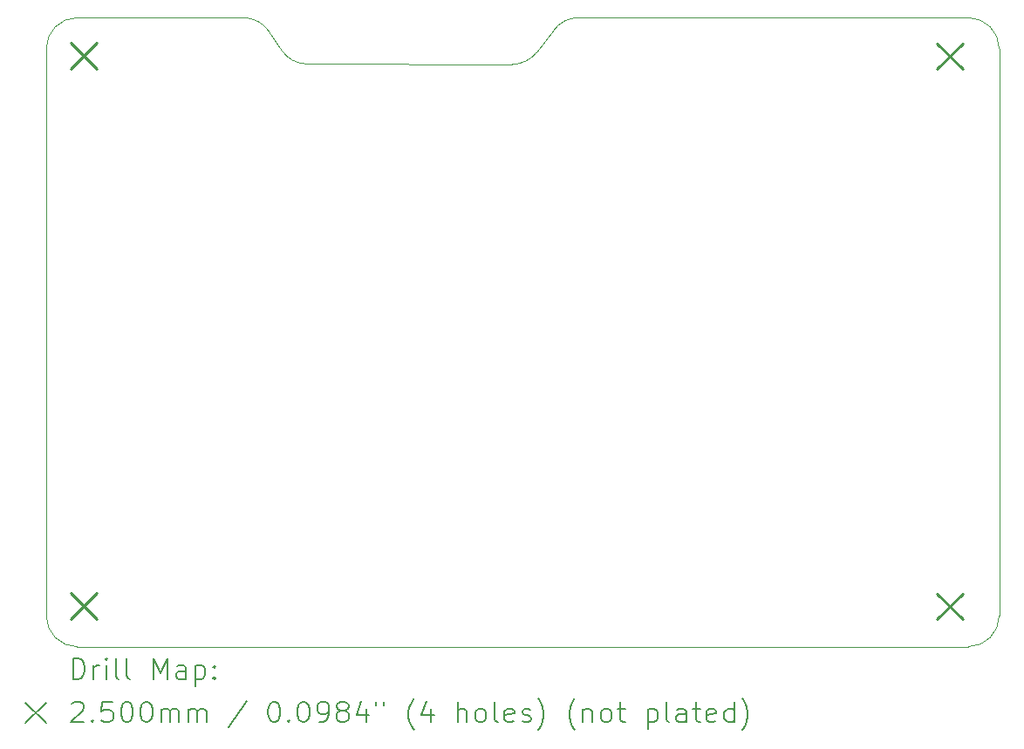
<source format=gbr>
%TF.GenerationSoftware,KiCad,Pcbnew,8.0.9-unknown-202502181922~c4009544a9~ubuntu24.04.1*%
%TF.CreationDate,2025-03-05T23:48:58+05:30*%
%TF.ProjectId,CircuitDesign_AEDTrainer,43697263-7569-4744-9465-7369676e5f41,rev?*%
%TF.SameCoordinates,Original*%
%TF.FileFunction,Drillmap*%
%TF.FilePolarity,Positive*%
%FSLAX45Y45*%
G04 Gerber Fmt 4.5, Leading zero omitted, Abs format (unit mm)*
G04 Created by KiCad (PCBNEW 8.0.9-unknown-202502181922~c4009544a9~ubuntu24.04.1) date 2025-03-05 23:48:58*
%MOMM*%
%LPD*%
G01*
G04 APERTURE LIST*
%ADD10C,0.050000*%
%ADD11C,0.200000*%
%ADD12C,0.250000*%
G04 APERTURE END LIST*
D10*
X13762699Y-6103386D02*
G75*
G02*
X13525073Y-6219839I-237299J183546D01*
G01*
X11537106Y-6217674D02*
G75*
G02*
X11288454Y-6085043I324J300004D01*
G01*
X10915184Y-5767500D02*
G75*
G02*
X11164156Y-5900136I-4J-300000D01*
G01*
X13932425Y-5883954D02*
G75*
G02*
X14169724Y-5767503I237295J-183546D01*
G01*
X14169724Y-5767500D02*
X17952500Y-5767500D01*
X10915184Y-5767500D02*
X9302500Y-5767500D01*
X13762699Y-6103386D02*
X13932425Y-5883954D01*
X11537106Y-6217674D02*
X13525073Y-6219839D01*
X11164159Y-5900134D02*
X11288458Y-6085040D01*
X17952500Y-5767500D02*
G75*
G02*
X18252500Y-6067500I0J-300000D01*
G01*
X18252500Y-11575000D02*
G75*
G02*
X17952500Y-11875000I-300000J0D01*
G01*
X9002500Y-6067500D02*
G75*
G02*
X9302500Y-5767500I300000J0D01*
G01*
X9302500Y-11875000D02*
G75*
G02*
X9002500Y-11575000I0J300000D01*
G01*
X18252500Y-6067500D02*
X18252500Y-11575000D01*
X17952500Y-11875000D02*
X9302500Y-11875000D01*
X9002500Y-11575000D02*
X9002500Y-6067500D01*
D11*
D12*
X9242500Y-6012500D02*
X9492500Y-6262500D01*
X9492500Y-6012500D02*
X9242500Y-6262500D01*
X9242500Y-11355000D02*
X9492500Y-11605000D01*
X9492500Y-11355000D02*
X9242500Y-11605000D01*
X17647500Y-6015000D02*
X17897500Y-6265000D01*
X17897500Y-6015000D02*
X17647500Y-6265000D01*
X17647500Y-11357500D02*
X17897500Y-11607500D01*
X17897500Y-11357500D02*
X17647500Y-11607500D01*
D11*
X9260777Y-12188984D02*
X9260777Y-11988984D01*
X9260777Y-11988984D02*
X9308396Y-11988984D01*
X9308396Y-11988984D02*
X9336967Y-11998508D01*
X9336967Y-11998508D02*
X9356015Y-12017555D01*
X9356015Y-12017555D02*
X9365539Y-12036603D01*
X9365539Y-12036603D02*
X9375063Y-12074698D01*
X9375063Y-12074698D02*
X9375063Y-12103269D01*
X9375063Y-12103269D02*
X9365539Y-12141365D01*
X9365539Y-12141365D02*
X9356015Y-12160412D01*
X9356015Y-12160412D02*
X9336967Y-12179460D01*
X9336967Y-12179460D02*
X9308396Y-12188984D01*
X9308396Y-12188984D02*
X9260777Y-12188984D01*
X9460777Y-12188984D02*
X9460777Y-12055650D01*
X9460777Y-12093746D02*
X9470301Y-12074698D01*
X9470301Y-12074698D02*
X9479824Y-12065174D01*
X9479824Y-12065174D02*
X9498872Y-12055650D01*
X9498872Y-12055650D02*
X9517920Y-12055650D01*
X9584586Y-12188984D02*
X9584586Y-12055650D01*
X9584586Y-11988984D02*
X9575063Y-11998508D01*
X9575063Y-11998508D02*
X9584586Y-12008031D01*
X9584586Y-12008031D02*
X9594110Y-11998508D01*
X9594110Y-11998508D02*
X9584586Y-11988984D01*
X9584586Y-11988984D02*
X9584586Y-12008031D01*
X9708396Y-12188984D02*
X9689348Y-12179460D01*
X9689348Y-12179460D02*
X9679824Y-12160412D01*
X9679824Y-12160412D02*
X9679824Y-11988984D01*
X9813158Y-12188984D02*
X9794110Y-12179460D01*
X9794110Y-12179460D02*
X9784586Y-12160412D01*
X9784586Y-12160412D02*
X9784586Y-11988984D01*
X10041729Y-12188984D02*
X10041729Y-11988984D01*
X10041729Y-11988984D02*
X10108396Y-12131841D01*
X10108396Y-12131841D02*
X10175063Y-11988984D01*
X10175063Y-11988984D02*
X10175063Y-12188984D01*
X10356015Y-12188984D02*
X10356015Y-12084222D01*
X10356015Y-12084222D02*
X10346491Y-12065174D01*
X10346491Y-12065174D02*
X10327444Y-12055650D01*
X10327444Y-12055650D02*
X10289348Y-12055650D01*
X10289348Y-12055650D02*
X10270301Y-12065174D01*
X10356015Y-12179460D02*
X10336967Y-12188984D01*
X10336967Y-12188984D02*
X10289348Y-12188984D01*
X10289348Y-12188984D02*
X10270301Y-12179460D01*
X10270301Y-12179460D02*
X10260777Y-12160412D01*
X10260777Y-12160412D02*
X10260777Y-12141365D01*
X10260777Y-12141365D02*
X10270301Y-12122317D01*
X10270301Y-12122317D02*
X10289348Y-12112793D01*
X10289348Y-12112793D02*
X10336967Y-12112793D01*
X10336967Y-12112793D02*
X10356015Y-12103269D01*
X10451253Y-12055650D02*
X10451253Y-12255650D01*
X10451253Y-12065174D02*
X10470301Y-12055650D01*
X10470301Y-12055650D02*
X10508396Y-12055650D01*
X10508396Y-12055650D02*
X10527444Y-12065174D01*
X10527444Y-12065174D02*
X10536967Y-12074698D01*
X10536967Y-12074698D02*
X10546491Y-12093746D01*
X10546491Y-12093746D02*
X10546491Y-12150888D01*
X10546491Y-12150888D02*
X10536967Y-12169936D01*
X10536967Y-12169936D02*
X10527444Y-12179460D01*
X10527444Y-12179460D02*
X10508396Y-12188984D01*
X10508396Y-12188984D02*
X10470301Y-12188984D01*
X10470301Y-12188984D02*
X10451253Y-12179460D01*
X10632205Y-12169936D02*
X10641729Y-12179460D01*
X10641729Y-12179460D02*
X10632205Y-12188984D01*
X10632205Y-12188984D02*
X10622682Y-12179460D01*
X10622682Y-12179460D02*
X10632205Y-12169936D01*
X10632205Y-12169936D02*
X10632205Y-12188984D01*
X10632205Y-12065174D02*
X10641729Y-12074698D01*
X10641729Y-12074698D02*
X10632205Y-12084222D01*
X10632205Y-12084222D02*
X10622682Y-12074698D01*
X10622682Y-12074698D02*
X10632205Y-12065174D01*
X10632205Y-12065174D02*
X10632205Y-12084222D01*
X8800000Y-12417500D02*
X9000000Y-12617500D01*
X9000000Y-12417500D02*
X8800000Y-12617500D01*
X9251253Y-12428031D02*
X9260777Y-12418508D01*
X9260777Y-12418508D02*
X9279824Y-12408984D01*
X9279824Y-12408984D02*
X9327444Y-12408984D01*
X9327444Y-12408984D02*
X9346491Y-12418508D01*
X9346491Y-12418508D02*
X9356015Y-12428031D01*
X9356015Y-12428031D02*
X9365539Y-12447079D01*
X9365539Y-12447079D02*
X9365539Y-12466127D01*
X9365539Y-12466127D02*
X9356015Y-12494698D01*
X9356015Y-12494698D02*
X9241729Y-12608984D01*
X9241729Y-12608984D02*
X9365539Y-12608984D01*
X9451253Y-12589936D02*
X9460777Y-12599460D01*
X9460777Y-12599460D02*
X9451253Y-12608984D01*
X9451253Y-12608984D02*
X9441729Y-12599460D01*
X9441729Y-12599460D02*
X9451253Y-12589936D01*
X9451253Y-12589936D02*
X9451253Y-12608984D01*
X9641729Y-12408984D02*
X9546491Y-12408984D01*
X9546491Y-12408984D02*
X9536967Y-12504222D01*
X9536967Y-12504222D02*
X9546491Y-12494698D01*
X9546491Y-12494698D02*
X9565539Y-12485174D01*
X9565539Y-12485174D02*
X9613158Y-12485174D01*
X9613158Y-12485174D02*
X9632205Y-12494698D01*
X9632205Y-12494698D02*
X9641729Y-12504222D01*
X9641729Y-12504222D02*
X9651253Y-12523269D01*
X9651253Y-12523269D02*
X9651253Y-12570888D01*
X9651253Y-12570888D02*
X9641729Y-12589936D01*
X9641729Y-12589936D02*
X9632205Y-12599460D01*
X9632205Y-12599460D02*
X9613158Y-12608984D01*
X9613158Y-12608984D02*
X9565539Y-12608984D01*
X9565539Y-12608984D02*
X9546491Y-12599460D01*
X9546491Y-12599460D02*
X9536967Y-12589936D01*
X9775063Y-12408984D02*
X9794110Y-12408984D01*
X9794110Y-12408984D02*
X9813158Y-12418508D01*
X9813158Y-12418508D02*
X9822682Y-12428031D01*
X9822682Y-12428031D02*
X9832205Y-12447079D01*
X9832205Y-12447079D02*
X9841729Y-12485174D01*
X9841729Y-12485174D02*
X9841729Y-12532793D01*
X9841729Y-12532793D02*
X9832205Y-12570888D01*
X9832205Y-12570888D02*
X9822682Y-12589936D01*
X9822682Y-12589936D02*
X9813158Y-12599460D01*
X9813158Y-12599460D02*
X9794110Y-12608984D01*
X9794110Y-12608984D02*
X9775063Y-12608984D01*
X9775063Y-12608984D02*
X9756015Y-12599460D01*
X9756015Y-12599460D02*
X9746491Y-12589936D01*
X9746491Y-12589936D02*
X9736967Y-12570888D01*
X9736967Y-12570888D02*
X9727444Y-12532793D01*
X9727444Y-12532793D02*
X9727444Y-12485174D01*
X9727444Y-12485174D02*
X9736967Y-12447079D01*
X9736967Y-12447079D02*
X9746491Y-12428031D01*
X9746491Y-12428031D02*
X9756015Y-12418508D01*
X9756015Y-12418508D02*
X9775063Y-12408984D01*
X9965539Y-12408984D02*
X9984586Y-12408984D01*
X9984586Y-12408984D02*
X10003634Y-12418508D01*
X10003634Y-12418508D02*
X10013158Y-12428031D01*
X10013158Y-12428031D02*
X10022682Y-12447079D01*
X10022682Y-12447079D02*
X10032205Y-12485174D01*
X10032205Y-12485174D02*
X10032205Y-12532793D01*
X10032205Y-12532793D02*
X10022682Y-12570888D01*
X10022682Y-12570888D02*
X10013158Y-12589936D01*
X10013158Y-12589936D02*
X10003634Y-12599460D01*
X10003634Y-12599460D02*
X9984586Y-12608984D01*
X9984586Y-12608984D02*
X9965539Y-12608984D01*
X9965539Y-12608984D02*
X9946491Y-12599460D01*
X9946491Y-12599460D02*
X9936967Y-12589936D01*
X9936967Y-12589936D02*
X9927444Y-12570888D01*
X9927444Y-12570888D02*
X9917920Y-12532793D01*
X9917920Y-12532793D02*
X9917920Y-12485174D01*
X9917920Y-12485174D02*
X9927444Y-12447079D01*
X9927444Y-12447079D02*
X9936967Y-12428031D01*
X9936967Y-12428031D02*
X9946491Y-12418508D01*
X9946491Y-12418508D02*
X9965539Y-12408984D01*
X10117920Y-12608984D02*
X10117920Y-12475650D01*
X10117920Y-12494698D02*
X10127444Y-12485174D01*
X10127444Y-12485174D02*
X10146491Y-12475650D01*
X10146491Y-12475650D02*
X10175063Y-12475650D01*
X10175063Y-12475650D02*
X10194110Y-12485174D01*
X10194110Y-12485174D02*
X10203634Y-12504222D01*
X10203634Y-12504222D02*
X10203634Y-12608984D01*
X10203634Y-12504222D02*
X10213158Y-12485174D01*
X10213158Y-12485174D02*
X10232205Y-12475650D01*
X10232205Y-12475650D02*
X10260777Y-12475650D01*
X10260777Y-12475650D02*
X10279825Y-12485174D01*
X10279825Y-12485174D02*
X10289348Y-12504222D01*
X10289348Y-12504222D02*
X10289348Y-12608984D01*
X10384586Y-12608984D02*
X10384586Y-12475650D01*
X10384586Y-12494698D02*
X10394110Y-12485174D01*
X10394110Y-12485174D02*
X10413158Y-12475650D01*
X10413158Y-12475650D02*
X10441729Y-12475650D01*
X10441729Y-12475650D02*
X10460777Y-12485174D01*
X10460777Y-12485174D02*
X10470301Y-12504222D01*
X10470301Y-12504222D02*
X10470301Y-12608984D01*
X10470301Y-12504222D02*
X10479825Y-12485174D01*
X10479825Y-12485174D02*
X10498872Y-12475650D01*
X10498872Y-12475650D02*
X10527444Y-12475650D01*
X10527444Y-12475650D02*
X10546491Y-12485174D01*
X10546491Y-12485174D02*
X10556015Y-12504222D01*
X10556015Y-12504222D02*
X10556015Y-12608984D01*
X10946491Y-12399460D02*
X10775063Y-12656603D01*
X11203634Y-12408984D02*
X11222682Y-12408984D01*
X11222682Y-12408984D02*
X11241729Y-12418508D01*
X11241729Y-12418508D02*
X11251253Y-12428031D01*
X11251253Y-12428031D02*
X11260777Y-12447079D01*
X11260777Y-12447079D02*
X11270301Y-12485174D01*
X11270301Y-12485174D02*
X11270301Y-12532793D01*
X11270301Y-12532793D02*
X11260777Y-12570888D01*
X11260777Y-12570888D02*
X11251253Y-12589936D01*
X11251253Y-12589936D02*
X11241729Y-12599460D01*
X11241729Y-12599460D02*
X11222682Y-12608984D01*
X11222682Y-12608984D02*
X11203634Y-12608984D01*
X11203634Y-12608984D02*
X11184587Y-12599460D01*
X11184587Y-12599460D02*
X11175063Y-12589936D01*
X11175063Y-12589936D02*
X11165539Y-12570888D01*
X11165539Y-12570888D02*
X11156015Y-12532793D01*
X11156015Y-12532793D02*
X11156015Y-12485174D01*
X11156015Y-12485174D02*
X11165539Y-12447079D01*
X11165539Y-12447079D02*
X11175063Y-12428031D01*
X11175063Y-12428031D02*
X11184587Y-12418508D01*
X11184587Y-12418508D02*
X11203634Y-12408984D01*
X11356015Y-12589936D02*
X11365539Y-12599460D01*
X11365539Y-12599460D02*
X11356015Y-12608984D01*
X11356015Y-12608984D02*
X11346491Y-12599460D01*
X11346491Y-12599460D02*
X11356015Y-12589936D01*
X11356015Y-12589936D02*
X11356015Y-12608984D01*
X11489348Y-12408984D02*
X11508396Y-12408984D01*
X11508396Y-12408984D02*
X11527444Y-12418508D01*
X11527444Y-12418508D02*
X11536967Y-12428031D01*
X11536967Y-12428031D02*
X11546491Y-12447079D01*
X11546491Y-12447079D02*
X11556015Y-12485174D01*
X11556015Y-12485174D02*
X11556015Y-12532793D01*
X11556015Y-12532793D02*
X11546491Y-12570888D01*
X11546491Y-12570888D02*
X11536967Y-12589936D01*
X11536967Y-12589936D02*
X11527444Y-12599460D01*
X11527444Y-12599460D02*
X11508396Y-12608984D01*
X11508396Y-12608984D02*
X11489348Y-12608984D01*
X11489348Y-12608984D02*
X11470301Y-12599460D01*
X11470301Y-12599460D02*
X11460777Y-12589936D01*
X11460777Y-12589936D02*
X11451253Y-12570888D01*
X11451253Y-12570888D02*
X11441729Y-12532793D01*
X11441729Y-12532793D02*
X11441729Y-12485174D01*
X11441729Y-12485174D02*
X11451253Y-12447079D01*
X11451253Y-12447079D02*
X11460777Y-12428031D01*
X11460777Y-12428031D02*
X11470301Y-12418508D01*
X11470301Y-12418508D02*
X11489348Y-12408984D01*
X11651253Y-12608984D02*
X11689348Y-12608984D01*
X11689348Y-12608984D02*
X11708396Y-12599460D01*
X11708396Y-12599460D02*
X11717920Y-12589936D01*
X11717920Y-12589936D02*
X11736967Y-12561365D01*
X11736967Y-12561365D02*
X11746491Y-12523269D01*
X11746491Y-12523269D02*
X11746491Y-12447079D01*
X11746491Y-12447079D02*
X11736967Y-12428031D01*
X11736967Y-12428031D02*
X11727444Y-12418508D01*
X11727444Y-12418508D02*
X11708396Y-12408984D01*
X11708396Y-12408984D02*
X11670301Y-12408984D01*
X11670301Y-12408984D02*
X11651253Y-12418508D01*
X11651253Y-12418508D02*
X11641729Y-12428031D01*
X11641729Y-12428031D02*
X11632206Y-12447079D01*
X11632206Y-12447079D02*
X11632206Y-12494698D01*
X11632206Y-12494698D02*
X11641729Y-12513746D01*
X11641729Y-12513746D02*
X11651253Y-12523269D01*
X11651253Y-12523269D02*
X11670301Y-12532793D01*
X11670301Y-12532793D02*
X11708396Y-12532793D01*
X11708396Y-12532793D02*
X11727444Y-12523269D01*
X11727444Y-12523269D02*
X11736967Y-12513746D01*
X11736967Y-12513746D02*
X11746491Y-12494698D01*
X11860777Y-12494698D02*
X11841729Y-12485174D01*
X11841729Y-12485174D02*
X11832206Y-12475650D01*
X11832206Y-12475650D02*
X11822682Y-12456603D01*
X11822682Y-12456603D02*
X11822682Y-12447079D01*
X11822682Y-12447079D02*
X11832206Y-12428031D01*
X11832206Y-12428031D02*
X11841729Y-12418508D01*
X11841729Y-12418508D02*
X11860777Y-12408984D01*
X11860777Y-12408984D02*
X11898872Y-12408984D01*
X11898872Y-12408984D02*
X11917920Y-12418508D01*
X11917920Y-12418508D02*
X11927444Y-12428031D01*
X11927444Y-12428031D02*
X11936967Y-12447079D01*
X11936967Y-12447079D02*
X11936967Y-12456603D01*
X11936967Y-12456603D02*
X11927444Y-12475650D01*
X11927444Y-12475650D02*
X11917920Y-12485174D01*
X11917920Y-12485174D02*
X11898872Y-12494698D01*
X11898872Y-12494698D02*
X11860777Y-12494698D01*
X11860777Y-12494698D02*
X11841729Y-12504222D01*
X11841729Y-12504222D02*
X11832206Y-12513746D01*
X11832206Y-12513746D02*
X11822682Y-12532793D01*
X11822682Y-12532793D02*
X11822682Y-12570888D01*
X11822682Y-12570888D02*
X11832206Y-12589936D01*
X11832206Y-12589936D02*
X11841729Y-12599460D01*
X11841729Y-12599460D02*
X11860777Y-12608984D01*
X11860777Y-12608984D02*
X11898872Y-12608984D01*
X11898872Y-12608984D02*
X11917920Y-12599460D01*
X11917920Y-12599460D02*
X11927444Y-12589936D01*
X11927444Y-12589936D02*
X11936967Y-12570888D01*
X11936967Y-12570888D02*
X11936967Y-12532793D01*
X11936967Y-12532793D02*
X11927444Y-12513746D01*
X11927444Y-12513746D02*
X11917920Y-12504222D01*
X11917920Y-12504222D02*
X11898872Y-12494698D01*
X12108396Y-12475650D02*
X12108396Y-12608984D01*
X12060777Y-12399460D02*
X12013158Y-12542317D01*
X12013158Y-12542317D02*
X12136967Y-12542317D01*
X12203634Y-12408984D02*
X12203634Y-12447079D01*
X12279825Y-12408984D02*
X12279825Y-12447079D01*
X12575063Y-12685174D02*
X12565539Y-12675650D01*
X12565539Y-12675650D02*
X12546491Y-12647079D01*
X12546491Y-12647079D02*
X12536968Y-12628031D01*
X12536968Y-12628031D02*
X12527444Y-12599460D01*
X12527444Y-12599460D02*
X12517920Y-12551841D01*
X12517920Y-12551841D02*
X12517920Y-12513746D01*
X12517920Y-12513746D02*
X12527444Y-12466127D01*
X12527444Y-12466127D02*
X12536968Y-12437555D01*
X12536968Y-12437555D02*
X12546491Y-12418508D01*
X12546491Y-12418508D02*
X12565539Y-12389936D01*
X12565539Y-12389936D02*
X12575063Y-12380412D01*
X12736968Y-12475650D02*
X12736968Y-12608984D01*
X12689348Y-12399460D02*
X12641729Y-12542317D01*
X12641729Y-12542317D02*
X12765539Y-12542317D01*
X12994110Y-12608984D02*
X12994110Y-12408984D01*
X13079825Y-12608984D02*
X13079825Y-12504222D01*
X13079825Y-12504222D02*
X13070301Y-12485174D01*
X13070301Y-12485174D02*
X13051253Y-12475650D01*
X13051253Y-12475650D02*
X13022682Y-12475650D01*
X13022682Y-12475650D02*
X13003634Y-12485174D01*
X13003634Y-12485174D02*
X12994110Y-12494698D01*
X13203634Y-12608984D02*
X13184587Y-12599460D01*
X13184587Y-12599460D02*
X13175063Y-12589936D01*
X13175063Y-12589936D02*
X13165539Y-12570888D01*
X13165539Y-12570888D02*
X13165539Y-12513746D01*
X13165539Y-12513746D02*
X13175063Y-12494698D01*
X13175063Y-12494698D02*
X13184587Y-12485174D01*
X13184587Y-12485174D02*
X13203634Y-12475650D01*
X13203634Y-12475650D02*
X13232206Y-12475650D01*
X13232206Y-12475650D02*
X13251253Y-12485174D01*
X13251253Y-12485174D02*
X13260777Y-12494698D01*
X13260777Y-12494698D02*
X13270301Y-12513746D01*
X13270301Y-12513746D02*
X13270301Y-12570888D01*
X13270301Y-12570888D02*
X13260777Y-12589936D01*
X13260777Y-12589936D02*
X13251253Y-12599460D01*
X13251253Y-12599460D02*
X13232206Y-12608984D01*
X13232206Y-12608984D02*
X13203634Y-12608984D01*
X13384587Y-12608984D02*
X13365539Y-12599460D01*
X13365539Y-12599460D02*
X13356015Y-12580412D01*
X13356015Y-12580412D02*
X13356015Y-12408984D01*
X13536968Y-12599460D02*
X13517920Y-12608984D01*
X13517920Y-12608984D02*
X13479825Y-12608984D01*
X13479825Y-12608984D02*
X13460777Y-12599460D01*
X13460777Y-12599460D02*
X13451253Y-12580412D01*
X13451253Y-12580412D02*
X13451253Y-12504222D01*
X13451253Y-12504222D02*
X13460777Y-12485174D01*
X13460777Y-12485174D02*
X13479825Y-12475650D01*
X13479825Y-12475650D02*
X13517920Y-12475650D01*
X13517920Y-12475650D02*
X13536968Y-12485174D01*
X13536968Y-12485174D02*
X13546491Y-12504222D01*
X13546491Y-12504222D02*
X13546491Y-12523269D01*
X13546491Y-12523269D02*
X13451253Y-12542317D01*
X13622682Y-12599460D02*
X13641730Y-12608984D01*
X13641730Y-12608984D02*
X13679825Y-12608984D01*
X13679825Y-12608984D02*
X13698872Y-12599460D01*
X13698872Y-12599460D02*
X13708396Y-12580412D01*
X13708396Y-12580412D02*
X13708396Y-12570888D01*
X13708396Y-12570888D02*
X13698872Y-12551841D01*
X13698872Y-12551841D02*
X13679825Y-12542317D01*
X13679825Y-12542317D02*
X13651253Y-12542317D01*
X13651253Y-12542317D02*
X13632206Y-12532793D01*
X13632206Y-12532793D02*
X13622682Y-12513746D01*
X13622682Y-12513746D02*
X13622682Y-12504222D01*
X13622682Y-12504222D02*
X13632206Y-12485174D01*
X13632206Y-12485174D02*
X13651253Y-12475650D01*
X13651253Y-12475650D02*
X13679825Y-12475650D01*
X13679825Y-12475650D02*
X13698872Y-12485174D01*
X13775063Y-12685174D02*
X13784587Y-12675650D01*
X13784587Y-12675650D02*
X13803634Y-12647079D01*
X13803634Y-12647079D02*
X13813158Y-12628031D01*
X13813158Y-12628031D02*
X13822682Y-12599460D01*
X13822682Y-12599460D02*
X13832206Y-12551841D01*
X13832206Y-12551841D02*
X13832206Y-12513746D01*
X13832206Y-12513746D02*
X13822682Y-12466127D01*
X13822682Y-12466127D02*
X13813158Y-12437555D01*
X13813158Y-12437555D02*
X13803634Y-12418508D01*
X13803634Y-12418508D02*
X13784587Y-12389936D01*
X13784587Y-12389936D02*
X13775063Y-12380412D01*
X14136968Y-12685174D02*
X14127444Y-12675650D01*
X14127444Y-12675650D02*
X14108396Y-12647079D01*
X14108396Y-12647079D02*
X14098872Y-12628031D01*
X14098872Y-12628031D02*
X14089349Y-12599460D01*
X14089349Y-12599460D02*
X14079825Y-12551841D01*
X14079825Y-12551841D02*
X14079825Y-12513746D01*
X14079825Y-12513746D02*
X14089349Y-12466127D01*
X14089349Y-12466127D02*
X14098872Y-12437555D01*
X14098872Y-12437555D02*
X14108396Y-12418508D01*
X14108396Y-12418508D02*
X14127444Y-12389936D01*
X14127444Y-12389936D02*
X14136968Y-12380412D01*
X14213158Y-12475650D02*
X14213158Y-12608984D01*
X14213158Y-12494698D02*
X14222682Y-12485174D01*
X14222682Y-12485174D02*
X14241730Y-12475650D01*
X14241730Y-12475650D02*
X14270301Y-12475650D01*
X14270301Y-12475650D02*
X14289349Y-12485174D01*
X14289349Y-12485174D02*
X14298872Y-12504222D01*
X14298872Y-12504222D02*
X14298872Y-12608984D01*
X14422682Y-12608984D02*
X14403634Y-12599460D01*
X14403634Y-12599460D02*
X14394111Y-12589936D01*
X14394111Y-12589936D02*
X14384587Y-12570888D01*
X14384587Y-12570888D02*
X14384587Y-12513746D01*
X14384587Y-12513746D02*
X14394111Y-12494698D01*
X14394111Y-12494698D02*
X14403634Y-12485174D01*
X14403634Y-12485174D02*
X14422682Y-12475650D01*
X14422682Y-12475650D02*
X14451253Y-12475650D01*
X14451253Y-12475650D02*
X14470301Y-12485174D01*
X14470301Y-12485174D02*
X14479825Y-12494698D01*
X14479825Y-12494698D02*
X14489349Y-12513746D01*
X14489349Y-12513746D02*
X14489349Y-12570888D01*
X14489349Y-12570888D02*
X14479825Y-12589936D01*
X14479825Y-12589936D02*
X14470301Y-12599460D01*
X14470301Y-12599460D02*
X14451253Y-12608984D01*
X14451253Y-12608984D02*
X14422682Y-12608984D01*
X14546492Y-12475650D02*
X14622682Y-12475650D01*
X14575063Y-12408984D02*
X14575063Y-12580412D01*
X14575063Y-12580412D02*
X14584587Y-12599460D01*
X14584587Y-12599460D02*
X14603634Y-12608984D01*
X14603634Y-12608984D02*
X14622682Y-12608984D01*
X14841730Y-12475650D02*
X14841730Y-12675650D01*
X14841730Y-12485174D02*
X14860777Y-12475650D01*
X14860777Y-12475650D02*
X14898873Y-12475650D01*
X14898873Y-12475650D02*
X14917920Y-12485174D01*
X14917920Y-12485174D02*
X14927444Y-12494698D01*
X14927444Y-12494698D02*
X14936968Y-12513746D01*
X14936968Y-12513746D02*
X14936968Y-12570888D01*
X14936968Y-12570888D02*
X14927444Y-12589936D01*
X14927444Y-12589936D02*
X14917920Y-12599460D01*
X14917920Y-12599460D02*
X14898873Y-12608984D01*
X14898873Y-12608984D02*
X14860777Y-12608984D01*
X14860777Y-12608984D02*
X14841730Y-12599460D01*
X15051253Y-12608984D02*
X15032206Y-12599460D01*
X15032206Y-12599460D02*
X15022682Y-12580412D01*
X15022682Y-12580412D02*
X15022682Y-12408984D01*
X15213158Y-12608984D02*
X15213158Y-12504222D01*
X15213158Y-12504222D02*
X15203634Y-12485174D01*
X15203634Y-12485174D02*
X15184587Y-12475650D01*
X15184587Y-12475650D02*
X15146492Y-12475650D01*
X15146492Y-12475650D02*
X15127444Y-12485174D01*
X15213158Y-12599460D02*
X15194111Y-12608984D01*
X15194111Y-12608984D02*
X15146492Y-12608984D01*
X15146492Y-12608984D02*
X15127444Y-12599460D01*
X15127444Y-12599460D02*
X15117920Y-12580412D01*
X15117920Y-12580412D02*
X15117920Y-12561365D01*
X15117920Y-12561365D02*
X15127444Y-12542317D01*
X15127444Y-12542317D02*
X15146492Y-12532793D01*
X15146492Y-12532793D02*
X15194111Y-12532793D01*
X15194111Y-12532793D02*
X15213158Y-12523269D01*
X15279825Y-12475650D02*
X15356015Y-12475650D01*
X15308396Y-12408984D02*
X15308396Y-12580412D01*
X15308396Y-12580412D02*
X15317920Y-12599460D01*
X15317920Y-12599460D02*
X15336968Y-12608984D01*
X15336968Y-12608984D02*
X15356015Y-12608984D01*
X15498873Y-12599460D02*
X15479825Y-12608984D01*
X15479825Y-12608984D02*
X15441730Y-12608984D01*
X15441730Y-12608984D02*
X15422682Y-12599460D01*
X15422682Y-12599460D02*
X15413158Y-12580412D01*
X15413158Y-12580412D02*
X15413158Y-12504222D01*
X15413158Y-12504222D02*
X15422682Y-12485174D01*
X15422682Y-12485174D02*
X15441730Y-12475650D01*
X15441730Y-12475650D02*
X15479825Y-12475650D01*
X15479825Y-12475650D02*
X15498873Y-12485174D01*
X15498873Y-12485174D02*
X15508396Y-12504222D01*
X15508396Y-12504222D02*
X15508396Y-12523269D01*
X15508396Y-12523269D02*
X15413158Y-12542317D01*
X15679825Y-12608984D02*
X15679825Y-12408984D01*
X15679825Y-12599460D02*
X15660777Y-12608984D01*
X15660777Y-12608984D02*
X15622682Y-12608984D01*
X15622682Y-12608984D02*
X15603634Y-12599460D01*
X15603634Y-12599460D02*
X15594111Y-12589936D01*
X15594111Y-12589936D02*
X15584587Y-12570888D01*
X15584587Y-12570888D02*
X15584587Y-12513746D01*
X15584587Y-12513746D02*
X15594111Y-12494698D01*
X15594111Y-12494698D02*
X15603634Y-12485174D01*
X15603634Y-12485174D02*
X15622682Y-12475650D01*
X15622682Y-12475650D02*
X15660777Y-12475650D01*
X15660777Y-12475650D02*
X15679825Y-12485174D01*
X15756015Y-12685174D02*
X15765539Y-12675650D01*
X15765539Y-12675650D02*
X15784587Y-12647079D01*
X15784587Y-12647079D02*
X15794111Y-12628031D01*
X15794111Y-12628031D02*
X15803634Y-12599460D01*
X15803634Y-12599460D02*
X15813158Y-12551841D01*
X15813158Y-12551841D02*
X15813158Y-12513746D01*
X15813158Y-12513746D02*
X15803634Y-12466127D01*
X15803634Y-12466127D02*
X15794111Y-12437555D01*
X15794111Y-12437555D02*
X15784587Y-12418508D01*
X15784587Y-12418508D02*
X15765539Y-12389936D01*
X15765539Y-12389936D02*
X15756015Y-12380412D01*
M02*

</source>
